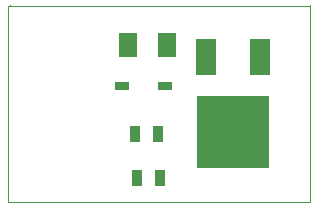
<source format=gtp>
G04 (created by PCBNEW (2013-07-07 BZR 4022)-stable) date 3/6/2015 8:08:16 AM*
%MOIN*%
G04 Gerber Fmt 3.4, Leading zero omitted, Abs format*
%FSLAX34Y34*%
G01*
G70*
G90*
G04 APERTURE LIST*
%ADD10C,0.00590551*%
%ADD11C,0.00393701*%
%ADD12R,0.0472X0.0276*%
%ADD13R,0.06X0.08*%
%ADD14R,0.035X0.055*%
%ADD15R,0.065X0.12*%
%ADD16R,0.24X0.24*%
G04 APERTURE END LIST*
G54D10*
G54D11*
X5423Y-5454D02*
X5423Y-5450D01*
X15404Y-5454D02*
X5423Y-5454D01*
X5354Y-5460D02*
X5444Y-5460D01*
X5354Y-12015D02*
X5354Y-5460D01*
X15404Y-12015D02*
X5354Y-12015D01*
X15404Y-5445D02*
X15404Y-12015D01*
G54D12*
X10594Y-8149D03*
X9138Y-8149D03*
G54D13*
X9351Y-6769D03*
X10651Y-6769D03*
G54D14*
X9656Y-11194D03*
X10406Y-11194D03*
X9596Y-9739D03*
X10346Y-9739D03*
G54D15*
X13751Y-7159D03*
G54D16*
X12851Y-9659D03*
G54D15*
X11951Y-7159D03*
M02*

</source>
